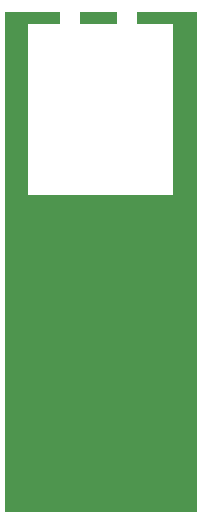
<source format=gko>
G04*
G04 #@! TF.GenerationSoftware,Altium Limited,Altium Designer,22.2.1 (43)*
G04*
G04 Layer_Color=16711935*
%FSLAX25Y25*%
%MOIN*%
G70*
G04*
G04 #@! TF.SameCoordinates,F70C61CB-F540-4537-8945-4C51125ABCB5*
G04*
G04*
G04 #@! TF.FilePolarity,Positive*
G04*
G01*
G75*
G36*
X49626Y162382D02*
X37421D01*
Y166319D01*
X49626D01*
Y162382D01*
D02*
G37*
G36*
X76279Y-216D02*
X12303D01*
Y166319D01*
X30728D01*
Y162382D01*
X20177D01*
Y105295D01*
X68405D01*
Y162382D01*
X56319D01*
Y166319D01*
X76279D01*
Y-216D01*
D02*
G37*
M02*

</source>
